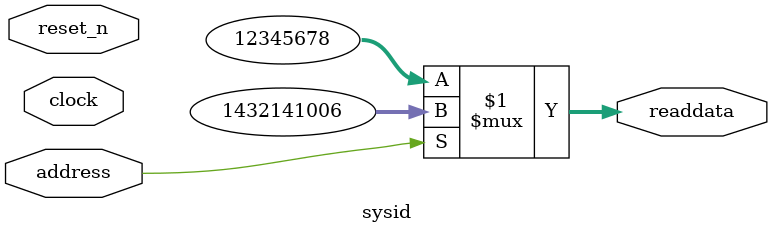
<source format=v>

`timescale 1ns / 1ps
// synthesis translate_on

// turn off superfluous verilog processor warnings 
// altera message_level Level1 
// altera message_off 10034 10035 10036 10037 10230 10240 10030 

module sysid (
               // inputs:
                address,
                clock,
                reset_n,

               // outputs:
                readdata
             )
;

  output  [ 31: 0] readdata;
  input            address;
  input            clock;
  input            reset_n;

  wire    [ 31: 0] readdata;
  //control_slave, which is an e_avalon_slave
  assign readdata = address ? 1432141006 : 12345678;

endmodule


</source>
